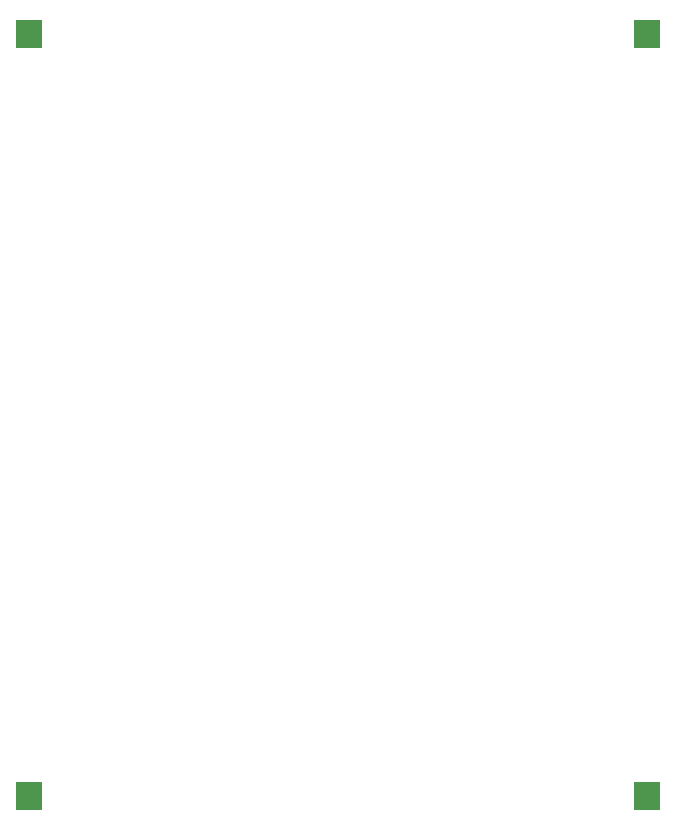
<source format=gbp>
G04 Layer_Color=128*
%FSLAX25Y25*%
%MOIN*%
G70*
G01*
G75*
%ADD32R,0.05000X0.02500*%
%ADD57R,0.08661X0.09606*%
D32*
X132200Y175000D02*
D03*
Y178243D02*
D03*
X338200Y175000D02*
D03*
Y178243D02*
D03*
X132200Y429000D02*
D03*
Y432243D02*
D03*
X338200Y429000D02*
D03*
Y432243D02*
D03*
D57*
X132200Y176621D02*
D03*
X338200D02*
D03*
X132200Y430621D02*
D03*
X338200D02*
D03*
M02*

</source>
